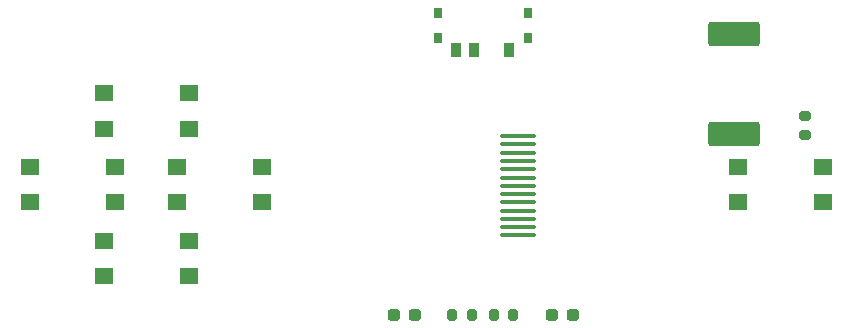
<source format=gbr>
%TF.GenerationSoftware,KiCad,Pcbnew,9.0.6*%
%TF.CreationDate,2025-11-17T13:54:39+01:00*%
%TF.ProjectId,CH32Console,43483332-436f-46e7-936f-6c652e6b6963,rev?*%
%TF.SameCoordinates,Original*%
%TF.FileFunction,Paste,Top*%
%TF.FilePolarity,Positive*%
%FSLAX46Y46*%
G04 Gerber Fmt 4.6, Leading zero omitted, Abs format (unit mm)*
G04 Created by KiCad (PCBNEW 9.0.6) date 2025-11-17 13:54:39*
%MOMM*%
%LPD*%
G01*
G04 APERTURE LIST*
G04 Aperture macros list*
%AMRoundRect*
0 Rectangle with rounded corners*
0 $1 Rounding radius*
0 $2 $3 $4 $5 $6 $7 $8 $9 X,Y pos of 4 corners*
0 Add a 4 corners polygon primitive as box body*
4,1,4,$2,$3,$4,$5,$6,$7,$8,$9,$2,$3,0*
0 Add four circle primitives for the rounded corners*
1,1,$1+$1,$2,$3*
1,1,$1+$1,$4,$5*
1,1,$1+$1,$6,$7*
1,1,$1+$1,$8,$9*
0 Add four rect primitives between the rounded corners*
20,1,$1+$1,$2,$3,$4,$5,0*
20,1,$1+$1,$4,$5,$6,$7,0*
20,1,$1+$1,$6,$7,$8,$9,0*
20,1,$1+$1,$8,$9,$2,$3,0*%
G04 Aperture macros list end*
%ADD10RoundRect,0.052500X1.447500X0.122500X-1.447500X0.122500X-1.447500X-0.122500X1.447500X-0.122500X0*%
%ADD11R,1.600000X1.400000*%
%ADD12RoundRect,0.237500X-0.287500X-0.237500X0.287500X-0.237500X0.287500X0.237500X-0.287500X0.237500X0*%
%ADD13RoundRect,0.315000X1.885000X-0.735000X1.885000X0.735000X-1.885000X0.735000X-1.885000X-0.735000X0*%
%ADD14R,0.900000X1.250000*%
%ADD15R,0.800000X0.900000*%
%ADD16RoundRect,0.200000X0.200000X0.275000X-0.200000X0.275000X-0.200000X-0.275000X0.200000X-0.275000X0*%
%ADD17RoundRect,0.200000X-0.200000X-0.275000X0.200000X-0.275000X0.200000X0.275000X-0.200000X0.275000X0*%
%ADD18RoundRect,0.200000X0.275000X-0.200000X0.275000X0.200000X-0.275000X0.200000X-0.275000X-0.200000X0*%
G04 APERTURE END LIST*
D10*
%TO.C,LCD1*%
X149500000Y-75650000D03*
X149500000Y-76350000D03*
X149500000Y-77050000D03*
X149500000Y-77750000D03*
X149500000Y-78450000D03*
X149500000Y-79150000D03*
X149500000Y-79850000D03*
X149500000Y-80550000D03*
X149500000Y-81250000D03*
X149500000Y-81950000D03*
X149500000Y-82650000D03*
X149500000Y-83350000D03*
X149500000Y-84050000D03*
%TD*%
D11*
%TO.C,BTN_L*%
X108150000Y-81250000D03*
X115350000Y-81250000D03*
X108150000Y-78250000D03*
X115350000Y-78250000D03*
%TD*%
%TO.C,BTN_R*%
X120650000Y-81250000D03*
X127850000Y-81250000D03*
X120650000Y-78250000D03*
X127850000Y-78250000D03*
%TD*%
D12*
%TO.C,LED_CHRG*%
X152375000Y-90750000D03*
X154125000Y-90750000D03*
%TD*%
D11*
%TO.C,BTN_A*%
X168150000Y-81250000D03*
X175350000Y-81250000D03*
X168150000Y-78250000D03*
X175350000Y-78250000D03*
%TD*%
%TO.C,BTN_U*%
X114400000Y-75000000D03*
X121600000Y-75000000D03*
X114400000Y-72000000D03*
X121600000Y-72000000D03*
%TD*%
D13*
%TO.C,BZ1*%
X167750000Y-75500000D03*
X167750000Y-67000000D03*
%TD*%
D14*
%TO.C,S1*%
X148750000Y-68325000D03*
X145750000Y-68325000D03*
X144250000Y-68325000D03*
D15*
X150300000Y-67300000D03*
X142700000Y-67300000D03*
X150300000Y-65200000D03*
X142700000Y-65200000D03*
%TD*%
D12*
%TO.C,LED_PWR*%
X139000000Y-90750000D03*
X140750000Y-90750000D03*
%TD*%
D16*
%TO.C,R4*%
X145575000Y-90750000D03*
X143925000Y-90750000D03*
%TD*%
D17*
%TO.C,R6*%
X147425000Y-90750000D03*
X149075000Y-90750000D03*
%TD*%
D11*
%TO.C,BTN_D*%
X114400000Y-87500000D03*
X121600000Y-87500000D03*
X114400000Y-84500000D03*
X121600000Y-84500000D03*
%TD*%
D18*
%TO.C,R1*%
X173750000Y-75575000D03*
X173750000Y-73925000D03*
%TD*%
M02*

</source>
